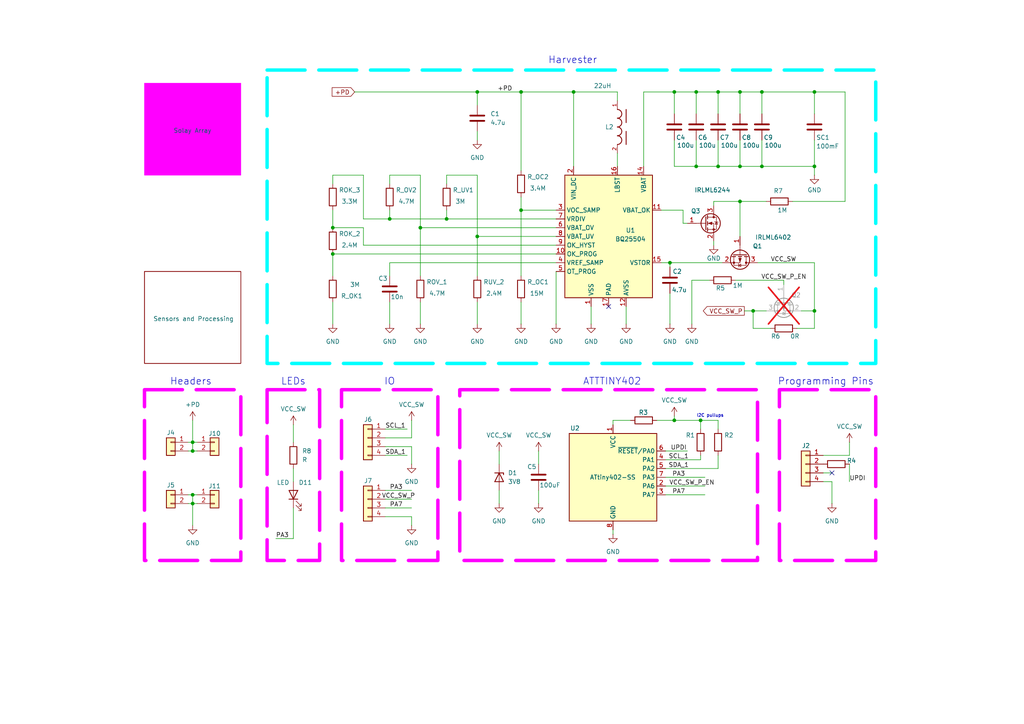
<source format=kicad_sch>
(kicad_sch (version 20231120) (generator "eeschema") (generator_version "8.0")
  (paper "A4")
  (title_block (title "Solar_ATTINY") (date "2024-12-13") (rev "1"))
  (lib_symbols
    (symbol "Battery_Management:BQ25504"
      (property "Reference" "U" (at -7.62 20.32 0))
      (property "Value" "BQ25504" (at -7.62 22.86 0))
      (symbol "BQ25504_0_1"
        (rectangle (start -12.7 17.78) (end 12.7 -17.78) (stroke (width 0.254)) (fill (type background)))
      )
      (symbol "BQ25504_1_1"
        (pin power_in line (at -5.08 -20.32 90) (length 2.54) (name "VSS") (number "1"))
        (pin input line (at -15.24 -5.08 0) (length 2.54) (name "OK_PROG") (number "10"))
        (pin output line (at 15.24 7.62 180) (length 2.54) (name "VBAT_OK") (number "11"))
        (pin power_in line (at 5.08 -20.32 90) (length 2.54) (name "AVSS") (number "12"))
        (pin passive line (at -5.08 -20.32 90) (length 2.54) hide (name "VSS") (number "13"))
        (pin power_out line (at 10.16 20.32 270) (length 2.54) (name "VBAT") (number "14"))
        (pin bidirectional line (at 15.24 -7.62 180) (length 2.54) (name "VSTOR") (number "15"))
        (pin bidirectional line (at 2.54 20.32 270) (length 2.54) (name "LBST") (number "16"))
        (pin passive line (at 0 -20.32 90) (length 2.54) (name "PAD") (number "17"))
        (pin power_in line (at -10.16 20.32 270) (length 2.54) (name "VIN_DC") (number "2"))
        (pin input line (at -15.24 7.62 0) (length 2.54) (name "VOC_SAMP") (number "3"))
        (pin bidirectional line (at -15.24 -7.62 0) (length 2.54) (name "VREF_SAMP") (number "4"))
        (pin input line (at -15.24 -10.16 0) (length 2.54) (name "OT_PROG") (number "5"))
        (pin input line (at -15.24 2.54 0) (length 2.54) (name "VBAT_OV") (number "6"))
        (pin output line (at -15.24 5.08 0) (length 2.54) (name "VRDIV") (number "7"))
        (pin input line (at -15.24 0 0) (length 2.54) (name "VBAT_UV") (number "8"))
        (pin input line (at -15.24 -2.54 0) (length 2.54) (name "OK_HYST") (number "9"))
      )
    )
    (symbol "Connector_Generic:Conn_01x02" (pin_names (offset 1.016) hide)
      (property "Reference" "J" (at 0 2.54 0))
      (property "Value" "Conn_01x02" (at 0 -5.08 0))
      (symbol "Conn_01x02_1_1"
        (rectangle (start -1.27 -2.413) (end 0 -2.667) (stroke (width 0.1524)))
        (rectangle (start -1.27 0.127) (end 0 -0.127) (stroke (width 0.1524)))
        (rectangle (start -1.27 1.27) (end 1.27 -3.81) (stroke (width 0.254)) (fill (type background)))
        (pin passive line (at -5.08 0 0) (length 3.81) (name "Pin_1") (number "1"))
        (pin passive line (at -5.08 -2.54 0) (length 3.81) (name "Pin_2") (number "2"))
      )
    )
    (symbol "Connector_Generic:Conn_01x04" (pin_names (offset 1.016) hide)
      (property "Reference" "J" (at 0 5.08 0))
      (property "Value" "Conn_01x04" (at 0 -7.62 0))
      (symbol "Conn_01x04_1_1"
        (rectangle (start -1.27 -4.953) (end 0 -5.207) (stroke (width 0.1524)))
        (rectangle (start -1.27 -2.413) (end 0 -2.667) (stroke (width 0.1524)))
        (rectangle (start -1.27 0.127) (end 0 -0.127) (stroke (width 0.1524)))
        (rectangle (start -1.27 2.667) (end 0 2.413) (stroke (width 0.1524)))
        (rectangle (start -1.27 3.81) (end 1.27 -6.35) (stroke (width 0.254)) (fill (type background)))
        (pin passive line (at -5.08 2.54 0) (length 3.81) (name "Pin_1") (number "1"))
        (pin passive line (at -5.08 0 0) (length 3.81) (name "Pin_2") (number "2"))
        (pin passive line (at -5.08 -2.54 0) (length 3.81) (name "Pin_3") (number "3"))
        (pin passive line (at -5.08 -5.08 0) (length 3.81) (name "Pin_4") (number "4"))
      )
    )
    (symbol "Device:C" (pin_numbers hide) (pin_names (offset 0.254))
      (property "Reference" "C" (at 0.635 2.54 0))
      (property "Value" "C" (at 0.635 -2.54 0))
      (symbol "C_0_1"
        (polyline (pts (xy -2.032 -0.762) (xy 2.032 -0.762)) (stroke (width 0.508)))
        (polyline (pts (xy -2.032 0.762) (xy 2.032 0.762)) (stroke (width 0.508)))
      )
      (symbol "C_1_1"
        (pin passive line (at 0 3.81 270) (length 2.794) (name "~") (number "1"))
        (pin passive line (at 0 -3.81 90) (length 2.794) (name "~") (number "2"))
      )
    )
    (symbol "Device:D_Zener" (pin_numbers hide) (pin_names (offset 1.016) hide)
      (property "Reference" "D" (at 0 2.54 0))
      (property "Value" "D_Zener" (at 0 -2.54 0))
      (symbol "D_Zener_0_1"
        (polyline (pts (xy 1.27 0) (xy -1.27 0)))
        (polyline (pts (xy -1.27 -1.27) (xy -1.27 1.27) (xy -0.762 1.27)) (stroke (width 0.254)))
        (polyline (pts (xy 1.27 -1.27) (xy 1.27 1.27) (xy -1.27 0) (xy 1.27 -1.27)) (stroke (width 0.254)))
      )
      (symbol "D_Zener_1_1"
        (pin passive line (at -3.81 0 0) (length 2.54) (name "K") (number "1"))
        (pin passive line (at 3.81 0 180) (length 2.54) (name "A") (number "2"))
      )
    )
    (symbol "Device:LED" (pin_numbers hide) (pin_names (offset 1.016) hide)
      (property "Reference" "D" (at 0 2.54 0))
      (property "Value" "LED" (at 0 -2.54 0))
      (symbol "LED_0_1"
        (polyline (pts (xy -1.27 -1.27) (xy -1.27 1.27)) (stroke (width 0.254)))
        (polyline (pts (xy -1.27 0) (xy 1.27 0)))
        (polyline (pts (xy 1.27 -1.27) (xy 1.27 1.27) (xy -1.27 0) (xy 1.27 -1.27)) (stroke (width 0.254)))
        (polyline (pts (xy -3.048 -0.762) (xy -4.572 -2.286) (xy -3.81 -2.286) (xy -4.572 -2.286) (xy -4.572 -1.524)))
        (polyline (pts (xy -1.778 -0.762) (xy -3.302 -2.286) (xy -2.54 -2.286) (xy -3.302 -2.286) (xy -3.302 -1.524)))
      )
      (symbol "LED_1_1"
        (pin passive line (at -3.81 0 0) (length 2.54) (name "K") (number "1"))
        (pin passive line (at 3.81 0 180) (length 2.54) (name "A") (number "2"))
      )
    )
    (symbol "Device:R" (pin_numbers hide) (pin_names (offset 0))
      (property "Reference" "R" (at 2.032 0 90))
      (property "Value" "R" (at 0 0 90))
      (symbol "R_0_1"
        (rectangle (start -1.016 -2.54) (end 1.016 2.54) (stroke (width 0.254)))
      )
      (symbol "R_1_1"
        (pin passive line (at 0 3.81 270) (length 1.27) (name "~") (number "1"))
        (pin passive line (at 0 -3.81 90) (length 1.27) (name "~") (number "2"))
      )
    )
    (symbol "MCU_Microchip_ATtiny:ATtiny402-SS"
      (property "Reference" "U" (at -12.7 13.97 0))
      (property "Value" "ATtiny402-SS" (at 2.54 -13.97 0))
      (symbol "ATtiny402-SS_0_1"
        (rectangle (start -12.7 -12.7) (end 12.7 12.7) (stroke (width 0.254)) (fill (type background)))
      )
      (symbol "ATtiny402-SS_1_1"
        (pin power_in line (at 0 15.24 270) (length 2.54) (name "VCC") (number "1"))
        (pin bidirectional line (at 15.24 -2.54 180) (length 2.54) (name "PA6") (number "2"))
        (pin bidirectional line (at 15.24 -5.08 180) (length 2.54) (name "PA7") (number "3"))
        (pin bidirectional line (at 15.24 5.08 180) (length 2.54) (name "PA1") (number "4"))
        (pin bidirectional line (at 15.24 2.54 180) (length 2.54) (name "PA2") (number "5"))
        (pin bidirectional line (at 15.24 7.62 180) (length 2.54) (name "~{RESET}/PA0") (number "6"))
        (pin bidirectional line (at 15.24 0 180) (length 2.54) (name "PA3") (number "7"))
        (pin power_in line (at 0 -15.24 90) (length 2.54) (name "GND") (number "8"))
      )
    )
    (symbol "Transistor_FET:IRLML6244" (pin_names hide)
      (property "Reference" "Q" (at 5.08 1.905 0))
      (property "Value" "IRLML6244" (at 5.08 0 0))
      (symbol "IRLML6244_0_1"
        (polyline (pts (xy 0.254 0) (xy -2.54 0)))
        (polyline (pts (xy 0.254 1.905) (xy 0.254 -1.905)) (stroke (width 0.254)))
        (polyline (pts (xy 0.762 -1.27) (xy 0.762 -2.286)) (stroke (width 0.254)))
        (polyline (pts (xy 0.762 0.508) (xy 0.762 -0.508)) (stroke (width 0.254)))
        (polyline (pts (xy 0.762 2.286) (xy 0.762 1.27)) (stroke (width 0.254)))
        (polyline (pts (xy 2.54 2.54) (xy 2.54 1.778)))
        (polyline (pts (xy 2.54 -2.54) (xy 2.54 0) (xy 0.762 0)))
        (polyline (pts (xy 0.762 -1.778) (xy 3.302 -1.778) (xy 3.302 1.778) (xy 0.762 1.778)))
        (polyline (pts (xy 1.016 0) (xy 2.032 0.381) (xy 2.032 -0.381) (xy 1.016 0)) (fill (type outline)))
        (polyline (pts (xy 2.794 0.508) (xy 2.921 0.381) (xy 3.683 0.381) (xy 3.81 0.254)))
        (polyline (pts (xy 3.302 0.381) (xy 2.921 -0.254) (xy 3.683 -0.254) (xy 3.302 0.381)))
        (circle (center 1.651 0) (radius 2.794) (stroke (width 0.254)))
        (circle (center 2.54 -1.778) (radius 0.254) (fill (type outline)))
        (circle (center 2.54 1.778) (radius 0.254) (fill (type outline)))
      )
      (symbol "IRLML6244_1_1"
        (pin input line (at -5.08 0 0) (length 2.54) (name "G") (number "1"))
        (pin passive line (at 2.54 -5.08 90) (length 2.54) (name "S") (number "2"))
        (pin passive line (at 2.54 5.08 270) (length 2.54) (name "D") (number "3"))
      )
    )
    (symbol "Transistor_FET:IRLML6402" (pin_names hide)
      (property "Reference" "Q" (at 5.08 1.905 0))
      (property "Value" "IRLML6402" (at 5.08 0 0))
      (symbol "IRLML6402_0_1"
        (polyline (pts (xy 0.254 0) (xy -2.54 0)))
        (polyline (pts (xy 0.254 1.905) (xy 0.254 -1.905)) (stroke (width 0.254)))
        (polyline (pts (xy 0.762 -1.27) (xy 0.762 -2.286)) (stroke (width 0.254)))
        (polyline (pts (xy 0.762 0.508) (xy 0.762 -0.508)) (stroke (width 0.254)))
        (polyline (pts (xy 0.762 2.286) (xy 0.762 1.27)) (stroke (width 0.254)))
        (polyline (pts (xy 2.54 2.54) (xy 2.54 1.778)))
        (polyline (pts (xy 2.54 -2.54) (xy 2.54 0) (xy 0.762 0)))
        (polyline (pts (xy 0.762 1.778) (xy 3.302 1.778) (xy 3.302 -1.778) (xy 0.762 -1.778)))
        (polyline (pts (xy 2.286 0) (xy 1.27 0.381) (xy 1.27 -0.381) (xy 2.286 0)) (fill (type outline)))
        (polyline (pts (xy 2.794 -0.508) (xy 2.921 -0.381) (xy 3.683 -0.381) (xy 3.81 -0.254)))
        (polyline (pts (xy 3.302 -0.381) (xy 2.921 0.254) (xy 3.683 0.254) (xy 3.302 -0.381)))
        (circle (center 1.651 0) (radius 2.794) (stroke (width 0.254)))
        (circle (center 2.54 -1.778) (radius 0.254) (fill (type outline)))
        (circle (center 2.54 1.778) (radius 0.254) (fill (type outline)))
      )
      (symbol "IRLML6402_1_1"
        (pin input line (at -5.08 0 0) (length 2.54) (name "G") (number "1"))
        (pin passive line (at 2.54 -5.08 90) (length 2.54) (name "S") (number "2"))
        (pin passive line (at 2.54 5.08 270) (length 2.54) (name "D") (number "3"))
      )
    )
    (symbol "WE-TPC_2828:WE-TPC_2828" (pin_names (offset 1.016))
      (property "Reference" "L" (at 0 3.81 0))
      (property "Value" "WE-TPC_2828" (at 0 -2.54 0))
      (symbol "WE-TPC_2828_0_0"
        (arc (start -2.54 0) (mid -3.81 1.2645) (end -5.08 0) (stroke (width 0.254)))
        (arc (start 0 0) (mid -1.27 1.2645) (end -2.54 0) (stroke (width 0.254)))
        (polyline (pts (xy -1.27 2.54) (xy -5.08 2.54)) (stroke (width 0.254)))
        (polyline (pts (xy 5.08 2.54) (xy 1.27 2.54)) (stroke (width 0.254)))
        (arc (start 2.54 0) (mid 1.27 1.2645) (end 0 0) (stroke (width 0.254)))
        (arc (start 5.08 0) (mid 3.81 1.2645) (end 2.54 0) (stroke (width 0.254)))
        (pin passive line (at -7.62 0 0) (length 2.54) (name "~") (number "1"))
        (pin passive line (at 7.62 0 180) (length 2.54) (name "~") (number "2"))
      )
    )
    (symbol "power:GND" (power) (pin_numbers hide) (pin_names (offset 0) hide)
      (property "Value" "GND" (at 0 -3.81 0))
      (symbol "GND_0_1"
        (polyline (pts (xy 0 0) (xy 0 -1.27) (xy 1.27 -1.27) (xy 0 -2.54) (xy -1.27 -1.27) (xy 0 -1.27)))
      )
      (symbol "GND_1_1"
        (pin power_in line (at 0 0 270) (length 0) (name "~") (number "1"))
      )
    )
    (symbol "power:VCC" (power) (pin_numbers hide) (pin_names (offset 0) hide)
      (property "Value" "VCC" (at 0 3.556 0))
      (symbol "VCC_0_1"
        (polyline (pts (xy -0.762 1.27) (xy 0 2.54)))
        (polyline (pts (xy 0 0) (xy 0 2.54)))
        (polyline (pts (xy 0 2.54) (xy 0.762 1.27)))
      )
      (symbol "VCC_1_1"
        (pin power_in line (at 0 0 90) (length 0) (name "~") (number "1"))
      )
    )
  )
  (junction (at 236.22 26.67))
  (junction (at 214.63 26.67))
  (junction (at 218.44 90.17))
  (junction (at 214.63 48.26))
  (junction (at 236.22 90.17))
  (junction (at 129.54 63.5))
  (junction (at 236.22 48.26))
  (junction (at 138.43 68.58))
  (junction (at 208.28 48.26))
  (junction (at 55.88 130.81))
  (junction (at 208.28 26.67))
  (junction (at 195.58 26.67))
  (junction (at 55.88 143.51))
  (junction (at 201.93 26.67))
  (junction (at 55.88 128.27))
  (junction (at 96.52 66.04))
  (junction (at 121.92 66.04))
  (junction (at 194.31 76.2))
  (junction (at 113.03 63.5))
  (junction (at 195.58 121.92))
  (junction (at 55.88 146.05))
  (junction (at 220.98 26.67))
  (junction (at 96.52 73.66))
  (junction (at 220.98 48.26))
  (junction (at 203.2 121.92))
  (junction (at 166.37 26.67))
  (junction (at 151.13 26.67))
  (junction (at 138.43 26.67))
  (junction (at 201.93 48.26))
  (junction (at 151.13 60.96))
  (junction (at 214.63 58.42))
  (no_connect (at 176.53 88.9))
  (no_connect (at 241.3 137.16))
  (wire (pts (xy 138.43 87.63) (xy 138.43 93.98)))
  (wire (pts (xy 156.21 130.81) (xy 156.21 134.62)))
  (wire (pts (xy 138.43 26.67) (xy 138.43 30.48)))
  (wire (pts (xy 111.76 124.46) (xy 118.11 124.46)))
  (wire (pts (xy 220.98 26.67) (xy 236.22 26.67)))
  (wire (pts (xy 195.58 26.67) (xy 201.93 26.67)))
  (wire (pts (xy 119.38 149.86) (xy 111.76 149.86)))
  (wire (pts (xy 111.76 147.32) (xy 119.38 147.32)))
  (wire (pts (xy 190.5 121.92) (xy 195.58 121.92)))
  (wire (pts (xy 113.03 87.63) (xy 113.03 93.98)))
  (wire (pts (xy 55.88 143.51) (xy 57.15 143.51)))
  (wire (pts (xy 171.45 88.9) (xy 171.45 93.98)))
  (wire (pts (xy 54.61 146.05) (xy 55.88 146.05)))
  (wire (pts (xy 236.22 90.17) (xy 236.22 95.25)))
  (wire (pts (xy 151.13 57.15) (xy 151.13 60.96)))
  (wire (pts (xy 218.44 90.17) (xy 222.25 90.17)))
  (wire (pts (xy 193.04 130.81) (xy 199.39 130.81)))
  (wire (pts (xy 113.03 76.2) (xy 161.29 76.2)))
  (wire (pts (xy 214.63 40.64) (xy 214.63 48.26)))
  (wire (pts (xy 96.52 80.01) (xy 96.52 73.66)))
  (wire (pts (xy 214.63 68.58) (xy 214.63 58.42)))
  (wire (pts (xy 161.29 78.74) (xy 161.29 93.98)))
  (wire (pts (xy 111.76 129.54) (xy 119.38 129.54)))
  (wire (pts (xy 220.98 48.26) (xy 236.22 48.26)))
  (wire (pts (xy 236.22 26.67) (xy 245.11 26.67)))
  (wire (pts (xy 194.31 85.09) (xy 194.31 93.98)))
  (wire (pts (xy 241.3 139.7) (xy 241.3 146.05)))
  (wire (pts (xy 208.28 135.89) (xy 208.28 132.08)))
  (wire (pts (xy 208.28 26.67) (xy 214.63 26.67)))
  (wire (pts (xy 238.76 139.7) (xy 241.3 139.7)))
  (wire (pts (xy 138.43 68.58) (xy 138.43 80.01)))
  (wire (pts (xy 236.22 48.26) (xy 236.22 50.8)))
  (wire (pts (xy 113.03 53.34) (xy 113.03 50.8)))
  (wire (pts (xy 55.88 128.27) (xy 57.15 128.27)))
  (wire (pts (xy 214.63 58.42) (xy 222.25 58.42)))
  (wire (pts (xy 198.12 64.77) (xy 198.12 60.96)))
  (wire (pts (xy 205.74 81.28) (xy 200.66 81.28)))
  (wire (pts (xy 151.13 26.67) (xy 151.13 49.53)))
  (wire (pts (xy 238.76 137.16) (xy 241.3 137.16)))
  (wire (pts (xy 215.9 90.17) (xy 218.44 90.17)))
  (wire (pts (xy 186.69 26.67) (xy 195.58 26.67)))
  (wire (pts (xy 151.13 87.63) (xy 151.13 93.98)))
  (wire (pts (xy 201.93 26.67) (xy 208.28 26.67)))
  (wire (pts (xy 111.76 132.08) (xy 118.11 132.08)))
  (wire (pts (xy 246.38 128.27) (xy 246.38 132.08)))
  (wire (pts (xy 179.07 26.67) (xy 179.07 29.21)))
  (wire (pts (xy 207.01 58.42) (xy 214.63 58.42)))
  (wire (pts (xy 144.78 142.24) (xy 144.78 146.05)))
  (wire (pts (xy 105.41 71.12) (xy 161.29 71.12)))
  (wire (pts (xy 177.8 123.19) (xy 177.8 121.92)))
  (wire (pts (xy 207.01 59.69) (xy 207.01 58.42)))
  (wire (pts (xy 246.38 134.62) (xy 246.38 139.7)))
  (wire (pts (xy 105.41 63.5) (xy 113.03 63.5)))
  (wire (pts (xy 105.41 50.8) (xy 105.41 63.5)))
  (wire (pts (xy 96.52 66.04) (xy 105.41 66.04)))
  (wire (pts (xy 156.21 142.24) (xy 156.21 146.05)))
  (wire (pts (xy 208.28 48.26) (xy 201.93 48.26)))
  (wire (pts (xy 193.04 138.43) (xy 204.47 138.43)))
  (wire (pts (xy 208.28 40.64) (xy 208.28 48.26)))
  (wire (pts (xy 195.58 26.67) (xy 195.58 33.02)))
  (wire (pts (xy 220.98 40.64) (xy 220.98 48.26)))
  (wire (pts (xy 113.03 80.01) (xy 113.03 76.2)))
  (wire (pts (xy 121.92 66.04) (xy 121.92 80.01)))
  (wire (pts (xy 119.38 129.54) (xy 119.38 134.62)))
  (wire (pts (xy 193.04 135.89) (xy 208.28 135.89)))
  (wire (pts (xy 129.54 50.8) (xy 138.43 50.8)))
  (wire (pts (xy 144.78 130.81) (xy 144.78 134.62)))
  (wire (pts (xy 177.8 121.92) (xy 182.88 121.92)))
  (wire (pts (xy 119.38 149.86) (xy 119.38 152.4)))
  (wire (pts (xy 113.03 50.8) (xy 121.92 50.8)))
  (wire (pts (xy 54.61 143.51) (xy 55.88 143.51)))
  (wire (pts (xy 227.33 82.55) (xy 227.33 81.28)))
  (wire (pts (xy 214.63 26.67) (xy 214.63 33.02)))
  (wire (pts (xy 55.88 128.27) (xy 55.88 130.81)))
  (wire (pts (xy 177.8 153.67) (xy 177.8 154.94)))
  (wire (pts (xy 208.28 121.92) (xy 208.28 124.46)))
  (wire (pts (xy 166.37 48.26) (xy 166.37 26.67)))
  (wire (pts (xy 218.44 95.25) (xy 223.52 95.25)))
  (wire (pts (xy 238.76 132.08) (xy 246.38 132.08)))
  (wire (pts (xy 231.14 95.25) (xy 236.22 95.25)))
  (wire (pts (xy 96.52 50.8) (xy 105.41 50.8)))
  (wire (pts (xy 57.15 146.05) (xy 55.88 146.05)))
  (wire (pts (xy 203.2 121.92) (xy 195.58 121.92)))
  (wire (pts (xy 121.92 66.04) (xy 161.29 66.04)))
  (wire (pts (xy 214.63 48.26) (xy 220.98 48.26)))
  (wire (pts (xy 200.66 81.28) (xy 200.66 93.98)))
  (wire (pts (xy 96.52 73.66) (xy 161.29 73.66)))
  (wire (pts (xy 85.09 135.89) (xy 85.09 139.7)))
  (wire (pts (xy 198.12 60.96) (xy 191.77 60.96)))
  (wire (pts (xy 218.44 90.17) (xy 218.44 95.25)))
  (wire (pts (xy 55.88 121.92) (xy 55.88 128.27)))
  (wire (pts (xy 201.93 40.64) (xy 201.93 48.26)))
  (wire (pts (xy 55.88 130.81) (xy 57.15 130.81)))
  (wire (pts (xy 138.43 50.8) (xy 138.43 68.58)))
  (wire (pts (xy 219.71 76.2) (xy 236.22 76.2)))
  (wire (pts (xy 195.58 48.26) (xy 195.58 40.64)))
  (wire (pts (xy 207.01 69.85) (xy 207.01 71.12)))
  (wire (pts (xy 193.04 143.51) (xy 204.47 143.51)))
  (wire (pts (xy 85.09 147.32) (xy 85.09 156.21)))
  (wire (pts (xy 232.41 90.17) (xy 236.22 90.17)))
  (wire (pts (xy 54.61 130.81) (xy 55.88 130.81)))
  (wire (pts (xy 80.01 156.21) (xy 85.09 156.21)))
  (wire (pts (xy 121.92 50.8) (xy 121.92 66.04)))
  (wire (pts (xy 138.43 26.67) (xy 151.13 26.67)))
  (wire (pts (xy 55.88 146.05) (xy 55.88 152.4)))
  (wire (pts (xy 121.92 87.63) (xy 121.92 93.98)))
  (wire (pts (xy 96.52 60.96) (xy 96.52 66.04)))
  (wire (pts (xy 85.09 123.19) (xy 85.09 128.27)))
  (wire (pts (xy 229.87 58.42) (xy 245.11 58.42)))
  (wire (pts (xy 96.52 50.8) (xy 96.52 53.34)))
  (wire (pts (xy 220.98 26.67) (xy 220.98 33.02)))
  (wire (pts (xy 113.03 63.5) (xy 129.54 63.5)))
  (wire (pts (xy 102.87 26.67) (xy 138.43 26.67)))
  (wire (pts (xy 198.12 64.77) (xy 199.39 64.77)))
  (wire (pts (xy 195.58 120.65) (xy 195.58 121.92)))
  (wire (pts (xy 138.43 38.1) (xy 138.43 40.64)))
  (wire (pts (xy 129.54 63.5) (xy 161.29 63.5)))
  (wire (pts (xy 194.31 76.2) (xy 194.31 77.47)))
  (wire (pts (xy 181.61 88.9) (xy 181.61 93.98)))
  (wire (pts (xy 151.13 60.96) (xy 161.29 60.96)))
  (wire (pts (xy 214.63 26.67) (xy 220.98 26.67)))
  (wire (pts (xy 193.04 140.97) (xy 204.47 140.97)))
  (wire (pts (xy 203.2 121.92) (xy 208.28 121.92)))
  (wire (pts (xy 186.69 48.26) (xy 186.69 26.67)))
  (wire (pts (xy 151.13 60.96) (xy 151.13 80.01)))
  (wire (pts (xy 236.22 40.64) (xy 236.22 48.26)))
  (wire (pts (xy 214.63 48.26) (xy 208.28 48.26)))
  (wire (pts (xy 105.41 66.04) (xy 105.41 71.12)))
  (wire (pts (xy 113.03 60.96) (xy 113.03 63.5)))
  (wire (pts (xy 194.31 76.2) (xy 209.55 76.2)))
  (wire (pts (xy 96.52 87.63) (xy 96.52 93.98)))
  (wire (pts (xy 203.2 121.92) (xy 203.2 124.46)))
  (wire (pts (xy 138.43 68.58) (xy 161.29 68.58)))
  (wire (pts (xy 166.37 26.67) (xy 179.07 26.67)))
  (wire (pts (xy 236.22 26.67) (xy 236.22 33.02)))
  (wire (pts (xy 151.13 26.67) (xy 166.37 26.67)))
  (wire (pts (xy 54.61 128.27) (xy 55.88 128.27)))
  (wire (pts (xy 208.28 26.67) (xy 208.28 33.02)))
  (wire (pts (xy 179.07 44.45) (xy 179.07 48.26)))
  (wire (pts (xy 111.76 127) (xy 119.38 127)))
  (wire (pts (xy 111.76 144.78) (xy 119.38 144.78)))
  (wire (pts (xy 236.22 76.2) (xy 236.22 90.17)))
  (wire (pts (xy 111.76 142.24) (xy 119.38 142.24)))
  (wire (pts (xy 203.2 133.35) (xy 203.2 132.08)))
  (wire (pts (xy 213.36 81.28) (xy 227.33 81.28)))
  (wire (pts (xy 129.54 60.96) (xy 129.54 63.5)))
  (wire (pts (xy 119.38 121.92) (xy 119.38 127)))
  (wire (pts (xy 193.04 133.35) (xy 203.2 133.35)))
  (wire (pts (xy 129.54 53.34) (xy 129.54 50.8)))
  (wire (pts (xy 201.93 48.26) (xy 195.58 48.26)))
  (wire (pts (xy 55.88 143.51) (xy 55.88 146.05)))
  (wire (pts (xy 201.93 26.67) (xy 201.93 33.02)))
  (wire (pts (xy 245.11 26.67) (xy 245.11 58.42)))
  (wire (pts (xy 191.77 76.2) (xy 194.31 76.2)))
  (rectangle (start 77.47 113.03) (end 92.71 162.56) (stroke (width 1) (type dash) (color 255 0 255 0.6)))
  (rectangle (start 77.47 20.32) (end 254 105.41) (stroke (width 1) (type dash) (color 0 255 255 0.5)))
  (rectangle (start 226.06 113.03) (end 254 162.56) (stroke (width 1) (type dash) (color 255 0 255 0.6)))
  (rectangle (start 99.06 113.03) (end 127 162.56) (stroke (width 1) (type dash) (color 255 0 255 0.6)))
  (rectangle (start 41.91 113.03) (end 69.85 162.56) (stroke (width 1) (type dash) (color 255 0 255 0.6)))
  (rectangle (start 133.35 113.03) (end 219.71 162.56) (stroke (width 1) (type dash) (color 255 0 255 0.6)))
  (text "Programming Pins" (at 239.522 110.744 0) (effects (font (size 2 2))))
  (text "I2C pullups" (at 205.994 120.65 0) (effects (font (size 0.889 0.889))))
  (text "IO" (at 113.03 110.744 0) (effects (font (size 2 2))))
  (text "ATTTINY402" (at 177.546 110.744 0) (effects (font (size 2 2))))
  (text "Harvester" (at 166.116 17.526 0) (effects (font (size 2 2))))
  (text "Headers" (at 55.372 110.744 0) (effects (font (size 2 2))))
  (text "LEDs\n" (at 85.09 110.744 0) (effects (font (size 2 2))))
  (label "PA3" (at 196.85 138.43 0))
  (label "VCC_SW_P" (at 115.57 144.78 0))
  (label "PA7" (at 113.03 147.32 0))
  (label "VCC_SW_P_EN" (at 227.33 81.28 0))
  (label "VCC_SW" (at 223.52 76.2 0))
  (label "PA3" (at 113.03 142.24 0))
  (label "PA7" (at 196.85 143.51 0))
  (label "UPDI" (at 246.38 139.7 0))
  (label "SDA_1" (at 196.85 135.89 0))
  (label "UPDI" (at 196.85 130.81 0))
  (label "VCC_SW_P_EN" (at 200.66 140.97 0))
  (label "SCL_1" (at 196.85 133.35 0))
  (label "PA3" (at 80.01 156.21 0))
  (label "+PD" (at 148.59 26.67 180))
  (label "SCL_1" (at 111.76 124.46 0))
  (label "SDA_1" (at 111.76 132.08 0))
  (global_label "+PD" (shape input) (at 102.87 26.67 180) (property "Intersheetrefs" "${INTERSHEET_REFS}" (effects (hide yes))))
  (global_label "VCC_SW_P" (shape output) (at 215.9 90.17 180) (property "Intersheetrefs" "${INTERSHEET_REFS}" (effects (hide yes))))
  (symbol (lib_id "power:VCC") (at 55.88 121.92 0) (unit 1)
    (property "Reference" "#PWR016" (effects (hide yes)))
    (property "Value" "+PD" (at 55.88 117.348 0))
    (property "Description" "Power symbol creates a global label with name \"VCC\"" (effects (hide yes)))
  )
  (symbol (lib_id "power:GND") (at 138.43 93.98 0) (unit 1)
    (property "Reference" "#PWR022" (effects (hide yes)))
    (property "Value" "GND" (at 138.43 99.06 0))
    (property "Description" "Power symbol creates a global label with name \"GND\" , ground" (effects (hide yes)))
  )
  (symbol (lib_id "Device:R") (at 113.03 57.15 0) (unit 1)
    (property "Reference" "R_OV2" (at 114.808 55.118 0) (effects (justify left)))
    (property "Value" "4.7M" (at 115.57 58.4199 0) (effects (justify left)))
    (property "Footprint" "Resistor_SMD:R_0603_1608Metric_Pad0.98x0.95mm_HandSolder" (effects (hide yes)))
    (property "Description" "Resistor" (effects (hide yes)))
  )
  (symbol (lib_id "Connector_Generic:Conn_01x04") (at 106.68 144.78 0) (mirror y) (unit 1)
    (property "Reference" "J7" (at 107.95 139.446 0) (effects (justify left)))
    (property "Value" "Conn_01x04" (effects (hide yes)))
    (property "Footprint" "Connector_PinHeader_2.54mm:PinHeader_1x04_P2.54mm_Vertical" (effects (hide yes)))
    (property "Description" "Generic connector, single row, 01x04, script generated (kicad-library-utils/schlib/autogen/connector/)" (effects (hide yes)))
  )
  (symbol (lib_id "Device:R") (at 138.43 83.82 0) (unit 1)
    (property "Reference" "RUV_2" (at 140.208 81.788 0) (effects (justify left)))
    (property "Value" "2.4M" (at 140.97 85.0899 0) (effects (justify left)))
    (property "Footprint" "Resistor_SMD:R_0603_1608Metric_Pad0.98x0.95mm_HandSolder" (effects (hide yes)))
    (property "Description" "Resistor" (effects (hide yes)))
  )
  (symbol (lib_id "Device:R") (at 151.13 53.34 0) (unit 1)
    (property "Reference" "R_OC2" (at 152.908 51.308 0) (effects (justify left)))
    (property "Value" "3.4M" (at 153.67 54.6099 0) (effects (justify left)))
    (property "Footprint" "Resistor_SMD:R_0603_1608Metric_Pad0.98x0.95mm_HandSolder" (effects (hide yes)))
    (property "Description" "Resistor" (effects (hide yes)))
  )
  (symbol (lib_id "Device:C") (at 208.28 36.83 0) (unit 1)
    (property "Reference" "C7" (at 208.788 39.878 0) (effects (justify left)))
    (property "Value" "100u" (at 209.042 42.164 0) (effects (justify left)))
    (property "Footprint" "Capacitor_SMD:C_1206_3216Metric_Pad1.33x1.80mm_HandSolder" (effects (hide yes)))
    (property "Description" "Unpolarized capacitor" (effects (hide yes)))
  )
  (symbol (lib_id "Device:R") (at 209.55 81.28 90) (unit 1)
    (property "Reference" "R5" (at 210.312 83.566 90) (effects (justify left)))
    (property "Value" "1M" (at 215.392 82.804 90) (effects (justify left)))
    (property "Footprint" "Resistor_SMD:R_0603_1608Metric_Pad0.98x0.95mm_HandSolder" (effects (hide yes)))
    (property "Description" "Resistor" (effects (hide yes)))
  )
  (symbol (lib_id "Device:D_Zener") (at 144.78 138.43 270) (unit 1)
    (property "Reference" "D1" (at 147.32 137.1599 90) (effects (justify left)))
    (property "Value" "3V8" (at 147.32 139.6999 90) (effects (justify left)))
    (property "Footprint" "Diode_SMD:D_SOD-123F" (effects (hide yes)))
    (property "Datasheet" "BZT52B3V9" (effects (hide yes)))
    (property "Description" "Zener diode" (effects (hide yes)))
  )
  (symbol (lib_id "Device:R") (at 96.52 83.82 180) (unit 1)
    (property "Reference" "R_OK1" (at 105.156 85.852 0) (effects (justify left)))
    (property "Value" "3M" (at 104.394 82.5501 0) (effects (justify left)))
    (property "Footprint" "Resistor_SMD:R_0603_1608Metric_Pad0.98x0.95mm_HandSolder" (effects (hide yes)))
    (property "Description" "Resistor" (effects (hide yes)))
  )
  (symbol (lib_id "Transistor_FET:IRLML6402") (at 227.33 87.63 90) (mirror x) (unit 1) (dnp yes)
    (property "Reference" "Q2" (at 230.886 85.598 90))
    (property "Value" "IRLML6402" (effects (hide yes)))
    (property "Footprint" "Package_TO_SOT_SMD:SOT-23" (effects (hide yes)))
    (property "Datasheet" "https://www.infineon.com/dgdl/irlml6402pbf.pdf?fileId=5546d462533600a401535668d5c2263c" (effects (hide yes)))
    (property "Description" "-3.7A Id, -20V Vds, 65mOhm Rds, P-Channel HEXFET Power MOSFET, SOT-23" (effects (hide yes)))
  )
  (symbol (lib_id "Transistor_FET:IRLML6244") (at 204.47 64.77 0) (unit 1)
    (property "Reference" "Q3" (at 200.406 61.214 0) (effects (justify left)))
    (property "Value" "IRLML6244" (at 201.422 55.118 0) (effects (justify left)))
    (property "Footprint" "Package_TO_SOT_SMD:SOT-23" (effects (hide yes)))
    (property "Datasheet" "https://www.infineon.com/dgdl/Infineon-IRLML6244-DataSheet-v01_01-EN.pdf?fileId=5546d462533600a4015356686fed261f" (effects (hide yes)))
    (property "Description" "6.3A Id, 20V Vds, 21mOhm Rds, N-Channel StrongIRFET Power MOSFET, SOT-23" (effects (hide yes)))
  )
  (symbol (lib_id "Device:C") (at 220.98 36.83 0) (unit 1)
    (property "Reference" "C9" (at 221.488 39.878 0) (effects (justify left)))
    (property "Value" "100u" (at 221.742 42.164 0) (effects (justify left)))
    (property "Footprint" "Capacitor_SMD:C_1206_3216Metric_Pad1.33x1.80mm_HandSolder" (effects (hide yes)))
    (property "Description" "Unpolarized capacitor" (effects (hide yes)))
  )
  (symbol (lib_id "power:GND") (at 177.8 154.94 0) (unit 1)
    (property "Reference" "#PWR04" (effects (hide yes)))
    (property "Value" "GND" (at 177.8 160.02 0))
    (property "Description" "Power symbol creates a global label with name \"GND\" , ground" (effects (hide yes)))
  )
  (symbol (lib_id "Connector_Generic:Conn_01x02") (at 62.23 143.51 0) (unit 1)
    (property "Reference" "J11" (at 60.452 140.97 0) (effects (justify left)))
    (property "Value" "Conn_01x02" (effects (hide yes)))
    (property "Footprint" "Connector_PinSocket_2.54mm:PinSocket_1x02_P2.54mm_Vertical" (effects (hide yes)))
    (property "Description" "Generic connector, single row, 01x02, script generated (kicad-library-utils/schlib/autogen/connector/)" (effects (hide yes)))
  )
  (symbol (lib_id "power:GND") (at 113.03 93.98 0) (unit 1)
    (property "Reference" "#PWR012" (effects (hide yes)))
    (property "Value" "GND" (at 113.03 99.06 0))
    (property "Description" "Power symbol creates a global label with name \"GND\" , ground" (effects (hide yes)))
  )
  (symbol (lib_id "Transistor_FET:IRLML6402") (at 214.63 73.66 270) (unit 1)
    (property "Reference" "Q1" (at 219.71 71.374 90))
    (property "Value" "IRLML6402" (at 224.282 68.834 90))
    (property "Footprint" "Package_TO_SOT_SMD:SOT-23" (effects (hide yes)))
    (property "Datasheet" "https://www.infineon.com/dgdl/irlml6402pbf.pdf?fileId=5546d462533600a401535668d5c2263c" (effects (hide yes)))
    (property "Description" "-3.7A Id, -20V Vds, 65mOhm Rds, P-Channel HEXFET Power MOSFET, SOT-23" (effects (hide yes)))
  )
  (symbol (lib_id "Device:LED") (at 85.09 143.51 90) (unit 1)
    (property "Reference" "D11" (at 86.614 139.954 90) (effects (justify right)))
    (property "Value" "LED" (at 80.264 139.954 90) (effects (justify right)))
    (property "Footprint" "LED_SMD:LED_0805_2012Metric_Pad1.15x1.40mm_HandSolder" (effects (hide yes)))
    (property "Description" "Light emitting diode" (effects (hide yes)))
  )
  (symbol (lib_id "power:VCC") (at 144.78 130.81 0) (unit 1)
    (property "Reference" "#PWR05" (effects (hide yes)))
    (property "Value" "VCC_SW" (at 144.78 126.238 0))
    (property "Description" "Power symbol creates a global label with name \"VCC\"" (effects (hide yes)))
  )
  (symbol (lib_id "power:VCC") (at 156.21 130.81 0) (unit 1)
    (property "Reference" "#PWR09" (effects (hide yes)))
    (property "Value" "VCC_SW" (at 156.21 126.238 0))
    (property "Description" "Power symbol creates a global label with name \"VCC\"" (effects (hide yes)))
  )
  (symbol (lib_id "Device:R") (at 186.69 121.92 90) (unit 1)
    (property "Reference" "R3" (at 187.96 119.634 90) (effects (justify left)))
    (property "Value" "0R" (effects (hide yes)))
    (property "Footprint" "Resistor_SMD:R_0603_1608Metric_Pad0.98x0.95mm_HandSolder" (effects (hide yes)))
    (property "Description" "Resistor" (effects (hide yes)))
  )
  (symbol (lib_id "power:VCC") (at 85.09 123.19 0) (unit 1)
    (property "Reference" "#PWR024" (effects (hide yes)))
    (property "Value" "VCC_SW" (at 85.09 118.618 0))
    (property "Description" "Power symbol creates a global label with name \"VCC\"" (effects (hide yes)))
  )
  (symbol (lib_id "Device:R") (at 129.54 57.15 0) (unit 1)
    (property "Reference" "R_UV1" (at 131.318 55.118 0) (effects (justify left)))
    (property "Value" "3M" (at 132.08 58.4199 0) (effects (justify left)))
    (property "Footprint" "Resistor_SMD:R_0603_1608Metric_Pad0.98x0.95mm_HandSolder" (effects (hide yes)))
    (property "Description" "Resistor" (effects (hide yes)))
  )
  (symbol (lib_id "Device:C") (at 194.31 81.28 0) (unit 1)
    (property "Reference" "C2" (at 195.072 78.74 0) (effects (justify left)))
    (property "Value" "4.7u" (at 194.818 84.074 0) (effects (justify left)))
    (property "Footprint" "Capacitor_SMD:C_0805_2012Metric_Pad1.18x1.45mm_HandSolder" (effects (hide yes)))
    (property "Description" "Unpolarized capacitor" (effects (hide yes)))
  )
  (symbol (lib_id "Device:R") (at 96.52 69.85 0) (unit 1)
    (property "Reference" "ROK_2" (at 98.298 67.818 0) (effects (justify left)))
    (property "Value" "2.4M" (at 99.06 71.1199 0) (effects (justify left)))
    (property "Footprint" "Resistor_SMD:R_0603_1608Metric_Pad0.98x0.95mm_HandSolder" (effects (hide yes)))
    (property "Description" "Resistor" (effects (hide yes)))
  )
  (symbol (lib_id "power:GND") (at 96.52 93.98 0) (unit 1)
    (property "Reference" "#PWR019" (effects (hide yes)))
    (property "Value" "GND" (at 96.52 99.06 0))
    (property "Description" "Power symbol creates a global label with name \"GND\" , ground" (effects (hide yes)))
  )
  (symbol (lib_id "Device:C") (at 156.21 138.43 180) (unit 1)
    (property "Reference" "C5" (at 152.908 135.382 0) (effects (justify right)))
    (property "Value" "100uF" (at 156.464 140.716 0) (effects (justify right)))
    (property "Footprint" "Capacitor_SMD:C_1206_3216Metric_Pad1.33x1.80mm_HandSolder" (effects (hide yes)))
    (property "Description" "Unpolarized capacitor" (effects (hide yes)))
  )
  (symbol (lib_id "power:GND") (at 156.21 146.05 0) (unit 1)
    (property "Reference" "#PWR06" (effects (hide yes)))
    (property "Value" "GND" (at 156.21 151.13 0))
    (property "Description" "Power symbol creates a global label with name \"GND\" , ground" (effects (hide yes)))
  )
  (symbol (lib_id "Connector_Generic:Conn_01x02") (at 49.53 128.27 0) (mirror y) (unit 1)
    (property "Reference" "J4" (at 49.53 125.476 0))
    (property "Value" "Conn_01x02" (effects (hide yes)))
    (property "Footprint" "Connector_PinSocket_2.54mm:PinSocket_1x02_P2.54mm_Vertical" (effects (hide yes)))
    (property "Description" "Generic connector, single row, 01x02, script generated (kicad-library-utils/schlib/autogen/connector/)" (effects (hide yes)))
  )
  (symbol (lib_id "power:GND") (at 207.01 71.12 0) (unit 1)
    (property "Reference" "#PWR020" (effects (hide yes)))
    (property "Value" "GND" (at 207.01 74.93 0))
    (property "Description" "Power symbol creates a global label with name \"GND\" , ground" (effects (hide yes)))
  )
  (symbol (lib_id "Connector_Generic:Conn_01x02") (at 49.53 143.51 0) (mirror y) (unit 1)
    (property "Reference" "J5" (at 49.53 140.716 0))
    (property "Value" "Conn_01x02" (effects (hide yes)))
    (property "Footprint" "Connector_PinSocket_2.54mm:PinSocket_1x02_P2.54mm_Vertical" (effects (hide yes)))
    (property "Description" "Generic connector, single row, 01x02, script generated (kicad-library-utils/schlib/autogen/connector/)" (effects (hide yes)))
  )
  (symbol (lib_id "Device:C") (at 138.43 34.29 0) (unit 1)
    (property "Reference" "C1" (at 142.24 33.0199 0) (effects (justify left)))
    (property "Value" "4.7u" (at 142.24 35.5599 0) (effects (justify left)))
    (property "Footprint" "Capacitor_SMD:C_0805_2012Metric_Pad1.18x1.45mm_HandSolder" (effects (hide yes)))
    (property "Description" "Unpolarized capacitor" (effects (hide yes)))
  )
  (symbol (lib_id "power:GND") (at 236.22 50.8 0) (unit 1)
    (property "Reference" "#PWR014" (effects (hide yes)))
    (property "Value" "GND" (at 236.22 55.118 0))
    (property "Description" "Power symbol creates a global label with name \"GND\" , ground" (effects (hide yes)))
  )
  (symbol (lib_id "Connector_Generic:Conn_01x04") (at 106.68 127 0) (mirror y) (unit 1)
    (property "Reference" "J6" (at 107.95 121.666 0) (effects (justify left)))
    (property "Value" "Conn_01x04" (effects (hide yes)))
    (property "Footprint" "Connector_PinHeader_2.54mm:PinHeader_1x04_P2.54mm_Vertical" (effects (hide yes)))
    (property "Description" "Generic connector, single row, 01x04, script generated (kicad-library-utils/schlib/autogen/connector/)" (effects (hide yes)))
  )
  (symbol (lib_id "power:GND") (at 151.13 93.98 0) (unit 1)
    (property "Reference" "#PWR023" (effects (hide yes)))
    (property "Value" "GND" (at 151.13 99.06 0))
    (property "Description" "Power symbol creates a global label with name \"GND\" , ground" (effects (hide yes)))
  )
  (symbol (lib_id "Device:R") (at 227.33 95.25 90) (unit 1)
    (property "Reference" "R6" (at 226.314 97.536 90) (effects (justify left)))
    (property "Value" "0R" (at 231.902 97.536 90) (effects (justify left)))
    (property "Footprint" "Resistor_SMD:R_0603_1608Metric_Pad0.98x0.95mm_HandSolder" (effects (hide yes)))
    (property "Description" "Resistor" (effects (hide yes)))
  )
  (symbol (lib_id "power:GND") (at 121.92 93.98 0) (unit 1)
    (property "Reference" "#PWR021" (effects (hide yes)))
    (property "Value" "GND" (at 121.92 99.06 0))
    (property "Description" "Power symbol creates a global label with name \"GND\" , ground" (effects (hide yes)))
  )
  (symbol (lib_id "Connector_Generic:Conn_01x04") (at 233.68 134.62 0) (mirror y) (unit 1)
    (property "Reference" "J2" (at 234.95 129.286 0) (effects (justify left)))
    (property "Value" "Conn_01x04" (effects (hide yes)))
    (property "Footprint" "Connector_PinHeader_2.54mm:PinHeader_1x04_P2.54mm_Vertical" (effects (hide yes)))
    (property "Description" "Generic connector, single row, 01x04, script generated (kicad-library-utils/schlib/autogen/connector/)" (effects (hide yes)))
  )
  (symbol (lib_id "power:GND") (at 181.61 93.98 0) (unit 1)
    (property "Reference" "#PWR027" (effects (hide yes)))
    (property "Value" "GND" (at 181.61 99.06 0))
    (property "Description" "Power symbol creates a global label with name \"GND\" , ground" (effects (hide yes)))
  )
  (symbol (lib_id "power:GND") (at 119.38 152.4 0) (unit 1)
    (property "Reference" "#PWR030" (effects (hide yes)))
    (property "Value" "GND" (at 119.38 157.48 0))
    (property "Description" "Power symbol creates a global label with name \"GND\" , ground" (effects (hide yes)))
  )
  (symbol (lib_id "Device:R") (at 242.57 134.62 270) (unit 1)
    (property "Reference" "R4" (at 245.618 133.604 90) (effects (justify left)))
    (property "Value" "R" (effects (hide yes)))
    (property "Footprint" "Resistor_SMD:R_0603_1608Metric_Pad0.98x0.95mm_HandSolder" (effects (hide yes)))
    (property "Description" "Resistor" (effects (hide yes)))
  )
  (symbol (lib_id "Device:R") (at 121.92 83.82 0) (unit 1)
    (property "Reference" "ROV_1" (at 123.698 81.788 0) (effects (justify left)))
    (property "Value" "4.7M" (at 124.46 85.0899 0) (effects (justify left)))
    (property "Footprint" "Resistor_SMD:R_0603_1608Metric_Pad0.98x0.95mm_HandSolder" (effects (hide yes)))
    (property "Description" "Resistor" (effects (hide yes)))
  )
  (symbol (lib_id "Device:C") (at 195.58 36.83 0) (unit 1)
    (property "Reference" "C4" (at 196.088 39.878 0) (effects (justify left)))
    (property "Value" "100u" (at 196.342 42.164 0) (effects (justify left)))
    (property "Footprint" "Capacitor_SMD:C_1206_3216Metric_Pad1.33x1.80mm_HandSolder" (effects (hide yes)))
    (property "Description" "Unpolarized capacitor" (effects (hide yes)))
  )
  (symbol (lib_id "Device:C") (at 236.22 36.83 0) (unit 1)
    (property "Reference" "SC1" (at 236.728 39.878 0) (effects (justify left)))
    (property "Value" "100mF" (at 236.728 42.418 0) (effects (justify left)))
    (property "Footprint" "FT0H104ZF:CAPPRD508W154D1200H850" (effects (hide yes)))
    (property "Description" "Unpolarized capacitor" (effects (hide yes)))
  )
  (symbol (lib_id "power:GND") (at 241.3 146.05 0) (unit 1)
    (property "Reference" "#PWR017" (effects (hide yes)))
    (property "Value" "GND" (at 241.3 151.13 0))
    (property "Description" "Power symbol creates a global label with name \"GND\" , ground" (effects (hide yes)))
  )
  (symbol (lib_id "power:GND") (at 171.45 93.98 0) (unit 1)
    (property "Reference" "#PWR026" (effects (hide yes)))
    (property "Value" "GND" (at 171.45 99.06 0))
    (property "Description" "Power symbol creates a global label with name \"GND\" , ground" (effects (hide yes)))
  )
  (symbol (lib_id "MCU_Microchip_ATtiny:ATtiny402-SS") (at 177.8 138.43 0) (unit 1)
    (property "Reference" "U2" (at 168.148 124.206 0) (effects (justify right)))
    (property "Value" "ATtiny402-SS" (at 184.404 138.43 0) (effects (justify right)))
    (property "Footprint" "Package_SO:SOIC-8_3.9x4.9mm_P1.27mm" (effects (hide yes)))
    (property "Datasheet" "http://ww1.microchip.com/downloads/en/DeviceDoc/ATtiny202-402-AVR-MCU-with-Core-Independent-Peripherals_and-picoPower-40001969A.pdf" (effects (hide yes)))
    (property "Description" "20MHz, 4kB Flash, 256B SRAM, 128B EEPROM, SOIC-8" (effects (hide yes)))
  )
  (symbol (lib_id "Device:R") (at 96.52 57.15 0) (unit 1)
    (property "Reference" "ROK_3" (at 98.298 55.118 0) (effects (justify left)))
    (property "Value" "3.3M" (at 99.06 58.4199 0) (effects (justify left)))
    (property "Footprint" "Resistor_SMD:R_0603_1608Metric_Pad0.98x0.95mm_HandSolder" (effects (hide yes)))
    (property "Description" "Resistor" (effects (hide yes)))
  )
  (symbol (lib_id "Device:R") (at 226.06 58.42 90) (unit 1)
    (property "Reference" "R7" (at 227.076 55.372 90) (effects (justify left)))
    (property "Value" "1M" (at 228.346 60.96 90) (effects (justify left)))
    (property "Footprint" "Resistor_SMD:R_0603_1608Metric_Pad0.98x0.95mm_HandSolder" (effects (hide yes)))
    (property "Description" "Resistor" (effects (hide yes)))
  )
  (symbol (lib_id "Device:C") (at 113.03 83.82 180) (unit 1)
    (property "Reference" "C3" (at 109.728 80.772 0) (effects (justify right)))
    (property "Value" "10n" (at 113.284 86.106 0) (effects (justify right)))
    (property "Footprint" "Capacitor_SMD:C_0603_1608Metric_Pad1.08x0.95mm_HandSolder" (effects (hide yes)))
    (property "Description" "Unpolarized capacitor" (effects (hide yes)))
  )
  (symbol (lib_id "power:GND") (at 144.78 146.05 0) (unit 1)
    (property "Reference" "#PWR010" (effects (hide yes)))
    (property "Value" "GND" (at 144.78 151.13 0))
    (property "Description" "Power symbol creates a global label with name \"GND\" , ground" (effects (hide yes)))
  )
  (symbol (lib_id "power:VCC") (at 195.58 120.65 0) (unit 1)
    (property "Reference" "#PWR03" (effects (hide yes)))
    (property "Value" "VCC_SW" (at 195.58 116.078 0))
    (property "Description" "Power symbol creates a global label with name \"VCC\"" (effects (hide yes)))
  )
  (symbol (lib_id "power:VCC") (at 119.38 121.92 0) (unit 1)
    (property "Reference" "#PWR029" (effects (hide yes)))
    (property "Value" "VCC_SW" (at 119.38 117.348 0))
    (property "Description" "Power symbol creates a global label with name \"VCC\"" (effects (hide yes)))
  )
  (symbol (lib_id "power:GND") (at 200.66 93.98 0) (unit 1)
    (property "Reference" "#PWR038" (effects (hide yes)))
    (property "Value" "GND" (at 200.66 99.06 0))
    (property "Description" "Power symbol creates a global label with name \"GND\" , ground" (effects (hide yes)))
  )
  (symbol (lib_id "power:GND") (at 161.29 93.98 0) (unit 1)
    (property "Reference" "#PWR028" (effects (hide yes)))
    (property "Value" "GND" (at 161.29 99.06 0))
    (property "Description" "Power symbol creates a global label with name \"GND\" , ground" (effects (hide yes)))
  )
  (symbol (lib_id "Device:C") (at 201.93 36.83 0) (unit 1)
    (property "Reference" "C6" (at 202.438 39.878 0) (effects (justify left)))
    (property "Value" "100u" (at 202.692 42.164 0) (effects (justify left)))
    (property "Footprint" "Capacitor_SMD:C_1206_3216Metric_Pad1.33x1.80mm_HandSolder" (effects (hide yes)))
    (property "Description" "Unpolarized capacitor" (effects (hide yes)))
  )
  (symbol (lib_id "Connector_Generic:Conn_01x02") (at 62.23 128.27 0) (unit 1)
    (property "Reference" "J10" (at 60.452 125.73 0) (effects (justify left)))
    (property "Value" "Conn_01x02" (effects (hide yes)))
    (property "Footprint" "Connector_PinSocket_2.54mm:PinSocket_1x02_P2.54mm_Vertical" (effects (hide yes)))
    (property "Description" "Generic connector, single row, 01x02, script generated (kicad-library-utils/schlib/autogen/connector/)" (effects (hide yes)))
  )
  (symbol (lib_id "Device:C") (at 214.63 36.83 0) (unit 1)
    (property "Reference" "C8" (at 215.138 39.878 0) (effects (justify left)))
    (property "Value" "100u" (at 215.392 42.164 0) (effects (justify left)))
    (property "Footprint" "Capacitor_SMD:C_1206_3216Metric_Pad1.33x1.80mm_HandSolder" (effects (hide yes)))
    (property "Description" "Unpolarized capacitor" (effects (hide yes)))
  )
  (symbol (lib_id "Battery_Management:BQ25504") (at 176.53 68.58 0) (unit 1)
    (property "Reference" "U1" (at 182.88 66.802 0))
    (property "Value" "BQ25504" (at 182.88 69.342 0))
    (property "Footprint" "Package_DFN_QFN:VQFN-16-1EP_3x3mm_P0.5mm_EP1.68x1.68mm" (effects (hide yes)))
    (property "Datasheet" "http://www.ti.com/lit/ds/symlink/bq25504.pdf" (effects (hide yes)))
    (property "Description" "Energy Harvesting Boost Converter with Battery Management, VQFN-16" (effects (hide yes)))
  )
  (symbol (lib_id "power:GND") (at 138.43 40.64 0) (unit 1)
    (property "Reference" "#PWR08" (effects (hide yes)))
    (property "Value" "GND" (at 138.43 45.72 0))
    (property "Description" "Power symbol creates a global label with name \"GND\" , ground" (effects (hide yes)))
  )
  (symbol (lib_id "WE-TPC_2828:WE-TPC_2828") (at 179.07 36.83 270) (unit 1)
    (property "Reference" "L2" (at 175.514 36.83 90) (effects (justify left)))
    (property "Value" "22uH" (at 172.212 24.892 90) (effects (justify left)))
    (property "Footprint" "WE-TPC_2828:WE-TPC_2828" (effects (hide yes)))
    (property "Description" "744025220" (effects (hide yes)))
    (property "MF" "Würth Elektronik" (effects (hide yes)))
    (property "Description_1" "\n                        \n                            Inductors, Fixed, WE-TPC 2828 22uH .5A .525Ohm | Wurth Electronics 744025220\n                        \n" (effects (hide yes)))
    (property "Package" "Nonstandard Würth Elektronik" (effects (hide yes)))
    (property "Price" "None" (effects (hide yes)))
    (property "SnapEDA_Link" "https://www.snapeda.com/parts/744025220/W%25C3%25BCrth+Elektronik+Midcom/view-part/?ref=snap" (effects (hide yes)))
    (property "MP" "744025220" (effects (hide yes)))
    (property "Availability" "In Stock" (effects (hide yes)))
    (property "Check_prices" "https://www.snapeda.com/parts/744025220/W%25C3%25BCrth+Elektronik+Midcom/view-part/?ref=eda" (effects (hide yes)))
  )
  (symbol (lib_id "power:GND") (at 55.88 152.4 0) (unit 1)
    (property "Reference" "#PWR015" (effects (hide yes)))
    (property "Value" "GND" (at 55.88 157.48 0))
    (property "Description" "Power symbol creates a global label with name \"GND\" , ground" (effects (hide yes)))
  )
  (symbol (lib_id "Device:R") (at 203.2 128.27 0) (unit 1)
    (property "Reference" "R1" (at 198.882 126.238 0) (effects (justify left)))
    (property "Value" "R" (effects (hide yes)))
    (property "Footprint" "Resistor_SMD:R_0603_1608Metric_Pad0.98x0.95mm_HandSolder" (effects (hide yes)))
    (property "Description" "Resistor" (effects (hide yes)))
  )
  (symbol (lib_id "Device:R") (at 151.13 83.82 0) (unit 1)
    (property "Reference" "R_OC1" (at 152.908 81.788 0) (effects (justify left)))
    (property "Value" "15M" (at 153.67 85.0899 0) (effects (justify left)))
    (property "Footprint" "Resistor_SMD:R_0603_1608Metric_Pad0.98x0.95mm_HandSolder" (effects (hide yes)))
    (property "Description" "Resistor" (effects (hide yes)))
  )
  (symbol (lib_id "Device:R") (at 85.09 132.08 0) (unit 1)
    (property "Reference" "R8" (at 87.63 130.8099 0) (effects (justify left)))
    (property "Value" "R" (at 87.63 133.3499 0) (effects (justify left)))
    (property "Footprint" "Resistor_SMD:R_0805_2012Metric_Pad1.20x1.40mm_HandSolder" (effects (hide yes)))
    (property "Description" "Resistor" (effects (hide yes)))
  )
  (symbol (lib_id "power:VCC") (at 246.38 128.27 0) (unit 1)
    (property "Reference" "#PWR02" (effects (hide yes)))
    (property "Value" "VCC_SW" (at 246.38 123.698 0))
    (property "Description" "Power symbol creates a global label with name \"VCC\"" (effects (hide yes)))
  )
  (symbol (lib_id "power:GND") (at 119.38 134.62 0) (unit 1)
    (property "Reference" "#PWR031" (effects (hide yes)))
    (property "Value" "GND" (at 119.38 139.7 0))
    (property "Description" "Power symbol creates a global label with name \"GND\" , ground" (effects (hide yes)))
  )
  (symbol (lib_id "power:GND") (at 194.31 93.98 0) (unit 1)
    (property "Reference" "#PWR011" (effects (hide yes)))
    (property "Value" "GND" (at 194.31 99.06 0))
    (property "Description" "Power symbol creates a global label with name \"GND\" , ground" (effects (hide yes)))
  )
  (symbol (lib_id "Device:R") (at 208.28 128.27 0) (unit 1)
    (property "Reference" "R2" (at 210.058 126.238 0) (effects (justify left)))
    (property "Value" "R" (effects (hide yes)))
    (property "Footprint" "Resistor_SMD:R_0603_1608Metric_Pad0.98x0.95mm_HandSolder" (effects (hide yes)))
    (property "Description" "Resistor" (effects (hide yes)))
  )
  (sheet (at 41.91 24.13) (size 27.94 26.67) (stroke (width 0.1524) (color 255 0 255 1)) (fill (color 255 0 255 1.0000))
    (property "Sheetname" "Solay Array" (at 50.292 38.608 0) (effects (justify left bottom)))
    (property "Sheetfile" "Solar_Array.kicad_sch" (effects (hide yes)))
  )
  (sheet (at 41.91 78.74) (size 27.94 26.67) (stroke (width 0.1524))
    (property "Sheetname" "Sensors and Processing" (at 56.134 92.456 0))
    (property "Sheetfile" "Sensors and Processing.kicad_sch" (effects (hide yes)))
  )
)
</source>
